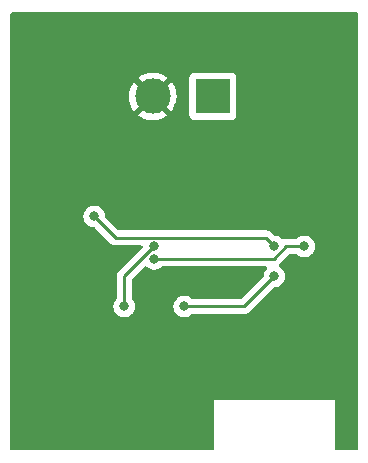
<source format=gbr>
%TF.GenerationSoftware,KiCad,Pcbnew,(6.0.10)*%
%TF.CreationDate,2023-02-17T12:20:43-08:00*%
%TF.ProjectId,Excercise2,45786365-7263-4697-9365-322e6b696361,rev?*%
%TF.SameCoordinates,Original*%
%TF.FileFunction,Copper,L2,Bot*%
%TF.FilePolarity,Positive*%
%FSLAX46Y46*%
G04 Gerber Fmt 4.6, Leading zero omitted, Abs format (unit mm)*
G04 Created by KiCad (PCBNEW (6.0.10)) date 2023-02-17 12:20:43*
%MOMM*%
%LPD*%
G01*
G04 APERTURE LIST*
%TA.AperFunction,ComponentPad*%
%ADD10R,3.000000X3.000000*%
%TD*%
%TA.AperFunction,ComponentPad*%
%ADD11C,3.000000*%
%TD*%
%TA.AperFunction,ViaPad*%
%ADD12C,0.800000*%
%TD*%
%TA.AperFunction,Conductor*%
%ADD13C,0.254000*%
%TD*%
%TA.AperFunction,Conductor*%
%ADD14C,0.508000*%
%TD*%
G04 APERTURE END LIST*
D10*
%TO.P,J1,1,Pin_1*%
%TO.N,+9V*%
X152270000Y-60960000D03*
D11*
%TO.P,J1,2,Pin_2*%
%TO.N,GND*%
X147190000Y-60960000D03*
%TD*%
D12*
%TO.N,/pin_2*%
X147320000Y-73660000D03*
X144780000Y-78740000D03*
X157480000Y-76200000D03*
X149860000Y-78740000D03*
%TO.N,GND*%
X142240000Y-63500000D03*
X149860000Y-68580000D03*
%TO.N,/pin_7*%
X142240000Y-71120000D03*
X157480000Y-73660000D03*
%TO.N,/pin_3*%
X160020000Y-73660000D03*
X147320000Y-74711500D03*
%TD*%
D13*
%TO.N,/pin_2*%
X147320000Y-73660000D02*
X144780000Y-76200000D01*
X157480000Y-76200000D02*
X154940000Y-78740000D01*
X144780000Y-76200000D02*
X144780000Y-78740000D01*
X154940000Y-78740000D02*
X149860000Y-78740000D01*
D14*
%TO.N,GND*%
X149860000Y-68580000D02*
X144780000Y-63500000D01*
X144780000Y-63500000D02*
X142240000Y-63500000D01*
D13*
%TO.N,/pin_7*%
X157480000Y-73660000D02*
X156753000Y-72933000D01*
X156753000Y-72933000D02*
X144053000Y-72933000D01*
X144053000Y-72933000D02*
X142240000Y-71120000D01*
%TO.N,/pin_3*%
X158508134Y-73660000D02*
X160020000Y-73660000D01*
X157456634Y-74711500D02*
X158508134Y-73660000D01*
X147320000Y-74711500D02*
X157456634Y-74711500D01*
%TD*%
%TA.AperFunction,Conductor*%
%TO.N,GND*%
G36*
X164533621Y-53868502D02*
G01*
X164580114Y-53922158D01*
X164591500Y-53974500D01*
X164591500Y-90805500D01*
X164571498Y-90873621D01*
X164517842Y-90920114D01*
X164465500Y-90931500D01*
X162737119Y-90931500D01*
X162668998Y-90911498D01*
X162622505Y-90857842D01*
X162611119Y-90805500D01*
X162611119Y-86669000D01*
X152348881Y-86669000D01*
X152348881Y-90805500D01*
X152328879Y-90873621D01*
X152275223Y-90920114D01*
X152222881Y-90931500D01*
X135254500Y-90931500D01*
X135186379Y-90911498D01*
X135139886Y-90857842D01*
X135128500Y-90805500D01*
X135128500Y-71120000D01*
X141326496Y-71120000D01*
X141346458Y-71309928D01*
X141405473Y-71491556D01*
X141500960Y-71656944D01*
X141628747Y-71798866D01*
X141783248Y-71911118D01*
X141789276Y-71913802D01*
X141789278Y-71913803D01*
X141951681Y-71986109D01*
X141957712Y-71988794D01*
X142051112Y-72008647D01*
X142138056Y-72027128D01*
X142138061Y-72027128D01*
X142144513Y-72028500D01*
X142197578Y-72028500D01*
X142265699Y-72048502D01*
X142286673Y-72065405D01*
X143547745Y-73326477D01*
X143555322Y-73334803D01*
X143559447Y-73341303D01*
X143565225Y-73346729D01*
X143565226Y-73346730D01*
X143609281Y-73388100D01*
X143612123Y-73390855D01*
X143631906Y-73410638D01*
X143635114Y-73413126D01*
X143644143Y-73420837D01*
X143676494Y-73451217D01*
X143683443Y-73455037D01*
X143694329Y-73461022D01*
X143710853Y-73471876D01*
X143726933Y-73484349D01*
X143734210Y-73487498D01*
X143767650Y-73501969D01*
X143778311Y-73507192D01*
X143810247Y-73524749D01*
X143810252Y-73524751D01*
X143817197Y-73528569D01*
X143824871Y-73530539D01*
X143824878Y-73530542D01*
X143836913Y-73533632D01*
X143855618Y-73540036D01*
X143867013Y-73544967D01*
X143874292Y-73548117D01*
X143901342Y-73552401D01*
X143918127Y-73555060D01*
X143929740Y-73557465D01*
X143972718Y-73568500D01*
X143993065Y-73568500D01*
X144012777Y-73570051D01*
X144032879Y-73573235D01*
X144040771Y-73572489D01*
X144077056Y-73569059D01*
X144088914Y-73568500D01*
X146208577Y-73568500D01*
X146276698Y-73588502D01*
X146323191Y-73642158D01*
X146333295Y-73712432D01*
X146303801Y-73777012D01*
X146297672Y-73783595D01*
X144386517Y-75694750D01*
X144378191Y-75702326D01*
X144371697Y-75706447D01*
X144366274Y-75712222D01*
X144324915Y-75756265D01*
X144322160Y-75759107D01*
X144302361Y-75778906D01*
X144299937Y-75782031D01*
X144299929Y-75782040D01*
X144299863Y-75782126D01*
X144292155Y-75791151D01*
X144261783Y-75823494D01*
X144257965Y-75830438D01*
X144257964Y-75830440D01*
X144251978Y-75841329D01*
X144241127Y-75857847D01*
X144228650Y-75873933D01*
X144211024Y-75914666D01*
X144205807Y-75925314D01*
X144184431Y-75964197D01*
X144182460Y-75971872D01*
X144182458Y-75971878D01*
X144179369Y-75983911D01*
X144172966Y-76002613D01*
X144164883Y-76021292D01*
X144163644Y-76029117D01*
X144157940Y-76065127D01*
X144155535Y-76076740D01*
X144144500Y-76119718D01*
X144144500Y-76140065D01*
X144142949Y-76159776D01*
X144139765Y-76179879D01*
X144140511Y-76187771D01*
X144143941Y-76224056D01*
X144144500Y-76235914D01*
X144144500Y-78039697D01*
X144124498Y-78107818D01*
X144112136Y-78124006D01*
X144040960Y-78203056D01*
X143945473Y-78368444D01*
X143886458Y-78550072D01*
X143866496Y-78740000D01*
X143886458Y-78929928D01*
X143945473Y-79111556D01*
X144040960Y-79276944D01*
X144045378Y-79281851D01*
X144045379Y-79281852D01*
X144129700Y-79375500D01*
X144168747Y-79418866D01*
X144323248Y-79531118D01*
X144329276Y-79533802D01*
X144329278Y-79533803D01*
X144491681Y-79606109D01*
X144497712Y-79608794D01*
X144591113Y-79628647D01*
X144678056Y-79647128D01*
X144678061Y-79647128D01*
X144684513Y-79648500D01*
X144875487Y-79648500D01*
X144881939Y-79647128D01*
X144881944Y-79647128D01*
X144968887Y-79628647D01*
X145062288Y-79608794D01*
X145068319Y-79606109D01*
X145230722Y-79533803D01*
X145230724Y-79533802D01*
X145236752Y-79531118D01*
X145391253Y-79418866D01*
X145430300Y-79375500D01*
X145514621Y-79281852D01*
X145514622Y-79281851D01*
X145519040Y-79276944D01*
X145614527Y-79111556D01*
X145673542Y-78929928D01*
X145693504Y-78740000D01*
X145673542Y-78550072D01*
X145614527Y-78368444D01*
X145519040Y-78203056D01*
X145447864Y-78124007D01*
X145417146Y-78060000D01*
X145415500Y-78039697D01*
X145415500Y-76515422D01*
X145435502Y-76447301D01*
X145452405Y-76426327D01*
X146510444Y-75368288D01*
X146572756Y-75334262D01*
X146643571Y-75339327D01*
X146693174Y-75373071D01*
X146701990Y-75382862D01*
X146708747Y-75390366D01*
X146714086Y-75394245D01*
X146847164Y-75490932D01*
X146863248Y-75502618D01*
X146869276Y-75505302D01*
X146869278Y-75505303D01*
X147031681Y-75577609D01*
X147037712Y-75580294D01*
X147131112Y-75600147D01*
X147218056Y-75618628D01*
X147218061Y-75618628D01*
X147224513Y-75620000D01*
X147415487Y-75620000D01*
X147421939Y-75618628D01*
X147421944Y-75618628D01*
X147508888Y-75600147D01*
X147602288Y-75580294D01*
X147608319Y-75577609D01*
X147770722Y-75505303D01*
X147770724Y-75505302D01*
X147776752Y-75502618D01*
X147792837Y-75490932D01*
X147925914Y-75394245D01*
X147931253Y-75390366D01*
X147935669Y-75385462D01*
X147940580Y-75381040D01*
X147942221Y-75382862D01*
X147993210Y-75351450D01*
X148026399Y-75347000D01*
X156742538Y-75347000D01*
X156810659Y-75367002D01*
X156857152Y-75420658D01*
X156867256Y-75490932D01*
X156836174Y-75557310D01*
X156740960Y-75663056D01*
X156645473Y-75828444D01*
X156586458Y-76010072D01*
X156585768Y-76016633D01*
X156585768Y-76016635D01*
X156569425Y-76172132D01*
X156542412Y-76237789D01*
X156533210Y-76248057D01*
X154713672Y-78067595D01*
X154651360Y-78101621D01*
X154624577Y-78104500D01*
X150566399Y-78104500D01*
X150498278Y-78084498D01*
X150481092Y-78069891D01*
X150480580Y-78070460D01*
X150475668Y-78066037D01*
X150471253Y-78061134D01*
X150316752Y-77948882D01*
X150310724Y-77946198D01*
X150310722Y-77946197D01*
X150148319Y-77873891D01*
X150148318Y-77873891D01*
X150142288Y-77871206D01*
X150048888Y-77851353D01*
X149961944Y-77832872D01*
X149961939Y-77832872D01*
X149955487Y-77831500D01*
X149764513Y-77831500D01*
X149758061Y-77832872D01*
X149758056Y-77832872D01*
X149671112Y-77851353D01*
X149577712Y-77871206D01*
X149571682Y-77873891D01*
X149571681Y-77873891D01*
X149409278Y-77946197D01*
X149409276Y-77946198D01*
X149403248Y-77948882D01*
X149248747Y-78061134D01*
X149244326Y-78066044D01*
X149244325Y-78066045D01*
X149206713Y-78107818D01*
X149120960Y-78203056D01*
X149025473Y-78368444D01*
X148966458Y-78550072D01*
X148946496Y-78740000D01*
X148966458Y-78929928D01*
X149025473Y-79111556D01*
X149120960Y-79276944D01*
X149125378Y-79281851D01*
X149125379Y-79281852D01*
X149209700Y-79375500D01*
X149248747Y-79418866D01*
X149403248Y-79531118D01*
X149409276Y-79533802D01*
X149409278Y-79533803D01*
X149571681Y-79606109D01*
X149577712Y-79608794D01*
X149671113Y-79628647D01*
X149758056Y-79647128D01*
X149758061Y-79647128D01*
X149764513Y-79648500D01*
X149955487Y-79648500D01*
X149961939Y-79647128D01*
X149961944Y-79647128D01*
X150048887Y-79628647D01*
X150142288Y-79608794D01*
X150148319Y-79606109D01*
X150310722Y-79533803D01*
X150310724Y-79533802D01*
X150316752Y-79531118D01*
X150471253Y-79418866D01*
X150475668Y-79413963D01*
X150480580Y-79409540D01*
X150482221Y-79411362D01*
X150533210Y-79379950D01*
X150566399Y-79375500D01*
X154860980Y-79375500D01*
X154872214Y-79376030D01*
X154879719Y-79377708D01*
X154948012Y-79375562D01*
X154951969Y-79375500D01*
X154979983Y-79375500D01*
X154983908Y-79375004D01*
X154983909Y-79375004D01*
X154984004Y-79374992D01*
X154995849Y-79374059D01*
X155025670Y-79373122D01*
X155032282Y-79372914D01*
X155032283Y-79372914D01*
X155040205Y-79372665D01*
X155059749Y-79366987D01*
X155079112Y-79362977D01*
X155091440Y-79361420D01*
X155091442Y-79361420D01*
X155099299Y-79360427D01*
X155106663Y-79357511D01*
X155106668Y-79357510D01*
X155140556Y-79344093D01*
X155151785Y-79340248D01*
X155168465Y-79335402D01*
X155194393Y-79327869D01*
X155201220Y-79323831D01*
X155201223Y-79323830D01*
X155211906Y-79317512D01*
X155229664Y-79308812D01*
X155241215Y-79304239D01*
X155241221Y-79304235D01*
X155248588Y-79301319D01*
X155284491Y-79275234D01*
X155294410Y-79268719D01*
X155325768Y-79250174D01*
X155325772Y-79250171D01*
X155332598Y-79246134D01*
X155346982Y-79231750D01*
X155362016Y-79218909D01*
X155372073Y-79211602D01*
X155378487Y-79206942D01*
X155406778Y-79172744D01*
X155414767Y-79163965D01*
X157433327Y-77145405D01*
X157495639Y-77111379D01*
X157522422Y-77108500D01*
X157575487Y-77108500D01*
X157581939Y-77107128D01*
X157581944Y-77107128D01*
X157668887Y-77088647D01*
X157762288Y-77068794D01*
X157768319Y-77066109D01*
X157930722Y-76993803D01*
X157930724Y-76993802D01*
X157936752Y-76991118D01*
X158091253Y-76878866D01*
X158219040Y-76736944D01*
X158314527Y-76571556D01*
X158373542Y-76389928D01*
X158393504Y-76200000D01*
X158379944Y-76070987D01*
X158374232Y-76016635D01*
X158374232Y-76016633D01*
X158373542Y-76010072D01*
X158314527Y-75828444D01*
X158219040Y-75663056D01*
X158091253Y-75521134D01*
X157936752Y-75408882D01*
X157930727Y-75406200D01*
X157930721Y-75406196D01*
X157918009Y-75400537D01*
X157913652Y-75398597D01*
X157859556Y-75352619D01*
X157838905Y-75284693D01*
X157858256Y-75216384D01*
X157883622Y-75189266D01*
X157882929Y-75188528D01*
X157888706Y-75183103D01*
X157895121Y-75178442D01*
X157923407Y-75144250D01*
X157931397Y-75135469D01*
X158734463Y-74332404D01*
X158796775Y-74298379D01*
X158823558Y-74295500D01*
X159313601Y-74295500D01*
X159381722Y-74315502D01*
X159398908Y-74330109D01*
X159399420Y-74329540D01*
X159404332Y-74333963D01*
X159408747Y-74338866D01*
X159563248Y-74451118D01*
X159569276Y-74453802D01*
X159569278Y-74453803D01*
X159731681Y-74526109D01*
X159737712Y-74528794D01*
X159831113Y-74548647D01*
X159918056Y-74567128D01*
X159918061Y-74567128D01*
X159924513Y-74568500D01*
X160115487Y-74568500D01*
X160121939Y-74567128D01*
X160121944Y-74567128D01*
X160208887Y-74548647D01*
X160302288Y-74528794D01*
X160308319Y-74526109D01*
X160470722Y-74453803D01*
X160470724Y-74453802D01*
X160476752Y-74451118D01*
X160631253Y-74338866D01*
X160635675Y-74333955D01*
X160754621Y-74201852D01*
X160754622Y-74201851D01*
X160759040Y-74196944D01*
X160829932Y-74074155D01*
X160851223Y-74037279D01*
X160851224Y-74037278D01*
X160854527Y-74031556D01*
X160913542Y-73849928D01*
X160933504Y-73660000D01*
X160924306Y-73572489D01*
X160914232Y-73476635D01*
X160914232Y-73476633D01*
X160913542Y-73470072D01*
X160854527Y-73288444D01*
X160759040Y-73123056D01*
X160727061Y-73087539D01*
X160635675Y-72986045D01*
X160635671Y-72986041D01*
X160631253Y-72981134D01*
X160476752Y-72868882D01*
X160470724Y-72866198D01*
X160470722Y-72866197D01*
X160308319Y-72793891D01*
X160308318Y-72793891D01*
X160302288Y-72791206D01*
X160208887Y-72771353D01*
X160121944Y-72752872D01*
X160121939Y-72752872D01*
X160115487Y-72751500D01*
X159924513Y-72751500D01*
X159918061Y-72752872D01*
X159918056Y-72752872D01*
X159831113Y-72771353D01*
X159737712Y-72791206D01*
X159731682Y-72793891D01*
X159731681Y-72793891D01*
X159569278Y-72866197D01*
X159569276Y-72866198D01*
X159563248Y-72868882D01*
X159408747Y-72981134D01*
X159404332Y-72986037D01*
X159399420Y-72990460D01*
X159397779Y-72988638D01*
X159346790Y-73020050D01*
X159313601Y-73024500D01*
X158587166Y-73024500D01*
X158575927Y-73023970D01*
X158568415Y-73022291D01*
X158560490Y-73022540D01*
X158560489Y-73022540D01*
X158500104Y-73024438D01*
X158496146Y-73024500D01*
X158468151Y-73024500D01*
X158464217Y-73024997D01*
X158464215Y-73024997D01*
X158464128Y-73025008D01*
X158452294Y-73025940D01*
X158407930Y-73027335D01*
X158392067Y-73031944D01*
X158388391Y-73033012D01*
X158369030Y-73037021D01*
X158356702Y-73038578D01*
X158356692Y-73038581D01*
X158348835Y-73039573D01*
X158341467Y-73042490D01*
X158341464Y-73042491D01*
X158307580Y-73055906D01*
X158296353Y-73059750D01*
X158265793Y-73068629D01*
X158194796Y-73068428D01*
X158137002Y-73031944D01*
X158131597Y-73025941D01*
X158091253Y-72981134D01*
X157936752Y-72868882D01*
X157930724Y-72866198D01*
X157930722Y-72866197D01*
X157768319Y-72793891D01*
X157768318Y-72793891D01*
X157762288Y-72791206D01*
X157668887Y-72771353D01*
X157581944Y-72752872D01*
X157581939Y-72752872D01*
X157575487Y-72751500D01*
X157522423Y-72751500D01*
X157454302Y-72731498D01*
X157433328Y-72714595D01*
X157258250Y-72539517D01*
X157250674Y-72531191D01*
X157246553Y-72524697D01*
X157196734Y-72477914D01*
X157193893Y-72475160D01*
X157174094Y-72455361D01*
X157170969Y-72452937D01*
X157170960Y-72452929D01*
X157170874Y-72452863D01*
X157161849Y-72445155D01*
X157135285Y-72420210D01*
X157129506Y-72414783D01*
X157111669Y-72404977D01*
X157095153Y-72394127D01*
X157079067Y-72381650D01*
X157038334Y-72364024D01*
X157027686Y-72358807D01*
X157016058Y-72352415D01*
X156988803Y-72337431D01*
X156981128Y-72335460D01*
X156981122Y-72335458D01*
X156969089Y-72332369D01*
X156950387Y-72325966D01*
X156931708Y-72317883D01*
X156897872Y-72312524D01*
X156887873Y-72310940D01*
X156876260Y-72308535D01*
X156833282Y-72297500D01*
X156812935Y-72297500D01*
X156793224Y-72295949D01*
X156780950Y-72294005D01*
X156773121Y-72292765D01*
X156765229Y-72293511D01*
X156728944Y-72296941D01*
X156717086Y-72297500D01*
X144368423Y-72297500D01*
X144300302Y-72277498D01*
X144279328Y-72260595D01*
X143186790Y-71168057D01*
X143152764Y-71105745D01*
X143150575Y-71092132D01*
X143134232Y-70936635D01*
X143134232Y-70936633D01*
X143133542Y-70930072D01*
X143074527Y-70748444D01*
X142979040Y-70583056D01*
X142851253Y-70441134D01*
X142696752Y-70328882D01*
X142690724Y-70326198D01*
X142690722Y-70326197D01*
X142528319Y-70253891D01*
X142528318Y-70253891D01*
X142522288Y-70251206D01*
X142428888Y-70231353D01*
X142341944Y-70212872D01*
X142341939Y-70212872D01*
X142335487Y-70211500D01*
X142144513Y-70211500D01*
X142138061Y-70212872D01*
X142138056Y-70212872D01*
X142051112Y-70231353D01*
X141957712Y-70251206D01*
X141951682Y-70253891D01*
X141951681Y-70253891D01*
X141789278Y-70326197D01*
X141789276Y-70326198D01*
X141783248Y-70328882D01*
X141628747Y-70441134D01*
X141500960Y-70583056D01*
X141405473Y-70748444D01*
X141346458Y-70930072D01*
X141326496Y-71120000D01*
X135128500Y-71120000D01*
X135128500Y-62549654D01*
X145965618Y-62549654D01*
X145972673Y-62559627D01*
X146003679Y-62585551D01*
X146010598Y-62590579D01*
X146235272Y-62731515D01*
X146242807Y-62735556D01*
X146484520Y-62844694D01*
X146492551Y-62847680D01*
X146746832Y-62923002D01*
X146755184Y-62924869D01*
X147017340Y-62964984D01*
X147025874Y-62965700D01*
X147291045Y-62969867D01*
X147299596Y-62969418D01*
X147562883Y-62937557D01*
X147571284Y-62935955D01*
X147827824Y-62868653D01*
X147835926Y-62865926D01*
X148080949Y-62764434D01*
X148088617Y-62760628D01*
X148317598Y-62626822D01*
X148324679Y-62622009D01*
X148404655Y-62559301D01*
X148413125Y-62547442D01*
X148406608Y-62535818D01*
X148378924Y-62508134D01*
X150261500Y-62508134D01*
X150268255Y-62570316D01*
X150319385Y-62706705D01*
X150406739Y-62823261D01*
X150523295Y-62910615D01*
X150659684Y-62961745D01*
X150721866Y-62968500D01*
X153818134Y-62968500D01*
X153880316Y-62961745D01*
X154016705Y-62910615D01*
X154133261Y-62823261D01*
X154220615Y-62706705D01*
X154271745Y-62570316D01*
X154278500Y-62508134D01*
X154278500Y-59411866D01*
X154271745Y-59349684D01*
X154220615Y-59213295D01*
X154133261Y-59096739D01*
X154016705Y-59009385D01*
X153880316Y-58958255D01*
X153818134Y-58951500D01*
X150721866Y-58951500D01*
X150659684Y-58958255D01*
X150523295Y-59009385D01*
X150406739Y-59096739D01*
X150319385Y-59213295D01*
X150268255Y-59349684D01*
X150261500Y-59411866D01*
X150261500Y-62508134D01*
X148378924Y-62508134D01*
X147202812Y-61332022D01*
X147188868Y-61324408D01*
X147187035Y-61324539D01*
X147180420Y-61328790D01*
X145972910Y-62536300D01*
X145965618Y-62549654D01*
X135128500Y-62549654D01*
X135128500Y-60943204D01*
X145177665Y-60943204D01*
X145192932Y-61207969D01*
X145194005Y-61216470D01*
X145245065Y-61476722D01*
X145247276Y-61484974D01*
X145333184Y-61735894D01*
X145336499Y-61743779D01*
X145455664Y-61980713D01*
X145460020Y-61988079D01*
X145589347Y-62176250D01*
X145599601Y-62184594D01*
X145613342Y-62177448D01*
X146817978Y-60972812D01*
X146824356Y-60961132D01*
X147554408Y-60961132D01*
X147554539Y-60962965D01*
X147558790Y-60969580D01*
X148765730Y-62176520D01*
X148777939Y-62183187D01*
X148789439Y-62174497D01*
X148886831Y-62041913D01*
X148891418Y-62034685D01*
X149017962Y-61801621D01*
X149021530Y-61793827D01*
X149115271Y-61545750D01*
X149117748Y-61537544D01*
X149176954Y-61279038D01*
X149178294Y-61270577D01*
X149202031Y-61004616D01*
X149202277Y-60999677D01*
X149202666Y-60962485D01*
X149202523Y-60957519D01*
X149184362Y-60691123D01*
X149183201Y-60682649D01*
X149129419Y-60422944D01*
X149127120Y-60414709D01*
X149038588Y-60164705D01*
X149035191Y-60156854D01*
X148913550Y-59921178D01*
X148909122Y-59913866D01*
X148790031Y-59744417D01*
X148779509Y-59736037D01*
X148766121Y-59743089D01*
X147562022Y-60947188D01*
X147554408Y-60961132D01*
X146824356Y-60961132D01*
X146825592Y-60958868D01*
X146825461Y-60957035D01*
X146821210Y-60950420D01*
X145613814Y-59743024D01*
X145601804Y-59736466D01*
X145590064Y-59745434D01*
X145481935Y-59895911D01*
X145477418Y-59903196D01*
X145353325Y-60137567D01*
X145349839Y-60145395D01*
X145258700Y-60394446D01*
X145256311Y-60402670D01*
X145199812Y-60661795D01*
X145198563Y-60670250D01*
X145177754Y-60934653D01*
X145177665Y-60943204D01*
X135128500Y-60943204D01*
X135128500Y-59372500D01*
X145966584Y-59372500D01*
X145972980Y-59383770D01*
X147177188Y-60587978D01*
X147191132Y-60595592D01*
X147192965Y-60595461D01*
X147199580Y-60591210D01*
X148406604Y-59384186D01*
X148413795Y-59371017D01*
X148406473Y-59360780D01*
X148359233Y-59322115D01*
X148352261Y-59317160D01*
X148126122Y-59178582D01*
X148118552Y-59174624D01*
X147875704Y-59068022D01*
X147867644Y-59065120D01*
X147612592Y-58992467D01*
X147604214Y-58990685D01*
X147341656Y-58953318D01*
X147333111Y-58952691D01*
X147067908Y-58951302D01*
X147059374Y-58951839D01*
X146796433Y-58986456D01*
X146788035Y-58988149D01*
X146532238Y-59058127D01*
X146524143Y-59060946D01*
X146280199Y-59164997D01*
X146272577Y-59168881D01*
X146045013Y-59305075D01*
X146037981Y-59309962D01*
X145975053Y-59360377D01*
X145966584Y-59372500D01*
X135128500Y-59372500D01*
X135128500Y-53974500D01*
X135148502Y-53906379D01*
X135202158Y-53859886D01*
X135254500Y-53848500D01*
X164465500Y-53848500D01*
X164533621Y-53868502D01*
G37*
%TD.AperFunction*%
%TD*%
M02*

</source>
